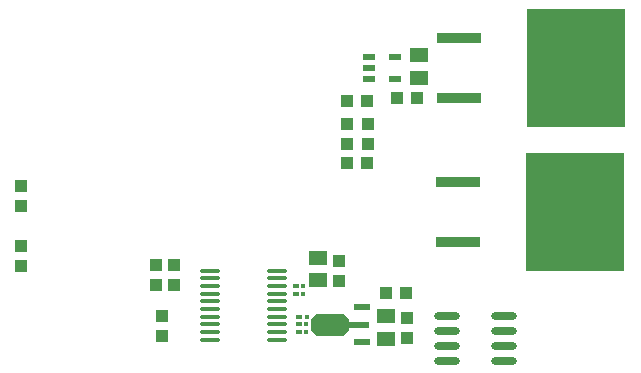
<source format=gtp>
%FSDAX24Y24*%
%MOIN*%
%SFA1B1*%

%IPPOS*%
%AMD27*
4,1,8,0.063000,-0.018700,0.063000,0.018700,0.044300,0.037400,-0.044300,0.037400,-0.063000,0.018700,-0.063000,-0.018700,-0.044300,-0.037400,0.044300,-0.037400,0.063000,-0.018700,0.0*
%
%ADD15R,0.014110X0.015330*%
%ADD16R,0.019710X0.015410*%
%ADD17R,0.019520X0.015330*%
%ADD18R,0.039370X0.043310*%
%ADD19R,0.330710X0.397640*%
%ADD20R,0.151580X0.037400*%
%ADD21R,0.043310X0.039370*%
%ADD22R,0.039370X0.023620*%
%ADD23O,0.070870X0.013780*%
%ADD24O,0.086610X0.023620*%
%ADD25R,0.055120X0.023620*%
%ADD26R,0.070870X0.023620*%
G04~CAMADD=27~4~0.0~0.0~748.0~1259.8~0.0~187.0~0~0.0~0.0~0.0~0.0~0~0.0~0.0~0.0~0.0~0~0.0~0.0~0.0~270.0~1260.0~748.0*
%ADD27D27*%
%ADD28R,0.059060X0.051180*%
%LNpcb_dimmerbard-1*%
%LPD*%
G54D15*
X010405Y001502D03*
X010409Y001756D03*
X010412Y002013D03*
X010301Y002785D03*
X010301Y003046D03*
G54D16*
X010150Y001504D03*
X010154Y001757D03*
X010156Y002016D03*
X010049Y002785D03*
G54D17*
X010052Y003044D03*
G54D18*
X006000Y003734D03*
Y003065D03*
X005400D03*
Y003734D03*
X005600Y001365D03*
Y002034D03*
X000900Y005715D03*
Y006384D03*
Y004384D03*
Y003715D03*
X013750Y001315D03*
Y001984D03*
X011750Y007780D03*
Y008450D03*
X012450Y007780D03*
Y008450D03*
X011500Y003215D03*
Y003884D03*
G54D19*
X019367Y005500D03*
X019400Y010300D03*
G54D20*
X015450Y004500D03*
Y006500D03*
X015482Y011300D03*
Y009300D03*
G54D21*
X013415Y009300D03*
X013734Y002800D03*
X013065D03*
X014084Y009300D03*
X011765Y007150D03*
X012434D03*
X011765Y009200D03*
X012434D03*
G54D22*
X012500Y010300D03*
X013366Y010674D03*
Y009925D03*
X012500Y010673D03*
Y009926D03*
G54D23*
X009422Y002016D03*
Y001504D03*
Y001760D03*
Y002783D03*
Y003039D03*
Y001248D03*
Y002272D03*
Y002528D03*
Y003295D03*
Y003551D03*
X007178Y001248D03*
Y001504D03*
Y001760D03*
Y002016D03*
Y002272D03*
Y002528D03*
Y002783D03*
Y003039D03*
Y003295D03*
Y003551D03*
G54D24*
X015100Y002050D03*
Y001550D03*
Y001050D03*
Y000550D03*
X016989Y002050D03*
Y001550D03*
Y001050D03*
Y000550D03*
G54D25*
X012248Y001159D03*
Y002340D03*
G54D26*
X012169Y001750D03*
G54D27*
X011185Y001750D03*
G54D28*
X014150Y010724D03*
Y009976D03*
X013050Y001276D03*
Y002024D03*
X010800Y003226D03*
Y003974D03*
M02*
</source>
